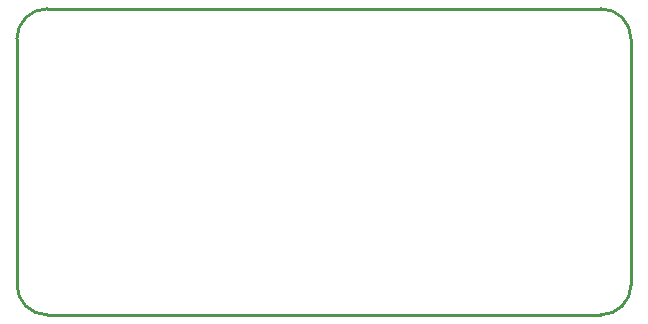
<source format=gm1>
G04 #@! TF.GenerationSoftware,KiCad,Pcbnew,7.0.6-71-g49772d2539*
G04 #@! TF.CreationDate,2023-08-07T20:45:02-04:00*
G04 #@! TF.ProjectId,Free_PDK,46726565-5f50-4444-9b2e-6b696361645f,rev?*
G04 #@! TF.SameCoordinates,Original*
G04 #@! TF.FileFunction,Profile,NP*
%FSLAX46Y46*%
G04 Gerber Fmt 4.6, Leading zero omitted, Abs format (unit mm)*
G04 Created by KiCad (PCBNEW 7.0.6-71-g49772d2539) date 2023-08-07 20:45:02*
%MOMM*%
%LPD*%
G01*
G04 APERTURE LIST*
G04 #@! TA.AperFunction,Profile*
%ADD10C,0.254000*%
G04 #@! TD*
G04 APERTURE END LIST*
D10*
X124764800Y-84328000D02*
X124764800Y-105156000D01*
X75311000Y-81788000D02*
X122224800Y-81788000D01*
X122224800Y-107696000D02*
X75311000Y-107696000D01*
X72771000Y-105156000D02*
G75*
G03*
X75311000Y-107696000I2540000J0D01*
G01*
X72771000Y-105156000D02*
X72771000Y-84328000D01*
X122224800Y-107696000D02*
G75*
G03*
X124764800Y-105156000I0J2540000D01*
G01*
X75311000Y-81788000D02*
G75*
G03*
X72771000Y-84328000I0J-2540000D01*
G01*
X124764800Y-84328000D02*
G75*
G03*
X122224800Y-81788000I-2540000J0D01*
G01*
M02*

</source>
